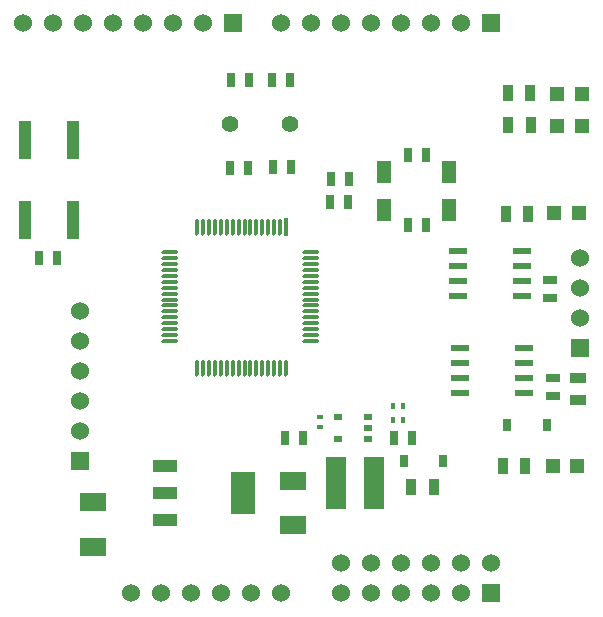
<source format=gts>
G04 (created by PCBNEW (2013-07-07 BZR 4022)-stable) date 23/05/2015 19:38:58*
%MOIN*%
G04 Gerber Fmt 3.4, Leading zero omitted, Abs format*
%FSLAX34Y34*%
G01*
G70*
G90*
G04 APERTURE LIST*
%ADD10C,0.00590551*%
%ADD11R,0.03X0.02*%
%ADD12R,0.08X0.144*%
%ADD13R,0.08X0.04*%
%ADD14R,0.0610236X0.023622*%
%ADD15R,0.0314961X0.0393701*%
%ADD16R,0.035X0.055*%
%ADD17R,0.055X0.035*%
%ADD18R,0.025X0.045*%
%ADD19R,0.045X0.025*%
%ADD20R,0.0157X0.0236*%
%ADD21R,0.0236X0.0157*%
%ADD22R,0.0511811X0.0748031*%
%ADD23R,0.06X0.06*%
%ADD24C,0.06*%
%ADD25R,0.011811X0.06*%
%ADD26O,0.011811X0.06*%
%ADD27O,0.06X0.011811*%
%ADD28R,0.0472X0.0472*%
%ADD29C,0.056*%
%ADD30R,0.0393701X0.125984*%
%ADD31R,0.0866X0.063*%
%ADD32R,0.0688976X0.177165*%
G04 APERTURE END LIST*
G54D10*
G54D11*
X90727Y-53637D03*
X90727Y-52887D03*
X89727Y-53637D03*
X90727Y-53262D03*
X89727Y-52887D03*
G54D12*
X86550Y-55450D03*
G54D13*
X83950Y-55450D03*
X83950Y-56350D03*
X83950Y-54550D03*
G54D14*
X93747Y-48365D03*
X93747Y-47865D03*
X93747Y-47365D03*
X93747Y-48865D03*
X95872Y-47365D03*
X95872Y-47865D03*
X95872Y-48365D03*
X95872Y-48865D03*
X93797Y-51610D03*
X93797Y-51110D03*
X93797Y-50610D03*
X93797Y-52110D03*
X95922Y-50610D03*
X95922Y-51110D03*
X95922Y-51610D03*
X95922Y-52110D03*
G54D15*
X95380Y-53160D03*
X96699Y-53160D03*
X91920Y-54375D03*
X93239Y-54375D03*
G54D16*
X92180Y-55225D03*
X92930Y-55225D03*
X95325Y-46125D03*
X96075Y-46125D03*
X95410Y-43180D03*
X96160Y-43180D03*
G54D17*
X97740Y-52345D03*
X97740Y-51595D03*
G54D16*
X95385Y-42090D03*
X96135Y-42090D03*
X95230Y-54540D03*
X95980Y-54540D03*
G54D18*
X80350Y-47590D03*
X79750Y-47590D03*
G54D19*
X96790Y-48335D03*
X96790Y-48935D03*
X96885Y-51600D03*
X96885Y-52200D03*
G54D18*
X86750Y-41665D03*
X86150Y-41665D03*
X88150Y-44585D03*
X87550Y-44585D03*
X86140Y-44615D03*
X86740Y-44615D03*
X92650Y-46515D03*
X92050Y-46515D03*
X92650Y-44170D03*
X92050Y-44170D03*
X90075Y-45750D03*
X89475Y-45750D03*
X90090Y-44970D03*
X89490Y-44970D03*
X87525Y-41670D03*
X88125Y-41670D03*
X88570Y-53620D03*
X87970Y-53620D03*
X91600Y-53615D03*
X92200Y-53615D03*
G54D20*
X91553Y-52990D03*
X91907Y-52990D03*
G54D21*
X89120Y-53247D03*
X89120Y-52893D03*
G54D20*
X91558Y-52525D03*
X91912Y-52525D03*
G54D22*
X91257Y-44735D03*
X91257Y-45994D03*
X93422Y-44735D03*
X93422Y-45994D03*
G54D23*
X81130Y-54370D03*
G54D24*
X81130Y-53370D03*
X81130Y-52370D03*
X81130Y-51370D03*
X81130Y-50370D03*
X81130Y-49370D03*
G54D25*
X87996Y-46579D03*
G54D26*
X87799Y-46579D03*
X87602Y-46579D03*
X87405Y-46579D03*
X87208Y-46579D03*
X87012Y-46579D03*
X86815Y-46579D03*
X86618Y-46579D03*
X86421Y-46579D03*
X86224Y-46579D03*
X86027Y-46579D03*
X85831Y-46579D03*
X85634Y-46579D03*
X85437Y-46579D03*
X85240Y-46579D03*
X85043Y-46579D03*
G54D27*
X84145Y-47414D03*
X84145Y-47611D03*
X84145Y-47808D03*
X84145Y-48005D03*
X84145Y-48202D03*
X84145Y-48398D03*
X84145Y-48595D03*
X84145Y-48792D03*
X84145Y-48989D03*
X84145Y-49186D03*
X84145Y-49383D03*
X84145Y-49579D03*
X84145Y-49776D03*
X84145Y-49973D03*
X84145Y-50170D03*
X84145Y-50367D03*
G54D26*
X85043Y-51265D03*
X85240Y-51265D03*
X85437Y-51265D03*
X85634Y-51265D03*
X85831Y-51265D03*
X86027Y-51265D03*
X86224Y-51265D03*
X86421Y-51265D03*
X86618Y-51265D03*
X86815Y-51265D03*
X87012Y-51265D03*
X87208Y-51265D03*
X87405Y-51265D03*
X87602Y-51265D03*
X87799Y-51265D03*
X87996Y-51265D03*
G54D27*
X88831Y-50367D03*
X88831Y-50170D03*
X88831Y-49776D03*
X88838Y-49973D03*
X88831Y-49579D03*
X88831Y-49383D03*
X88831Y-49186D03*
X88831Y-48989D03*
X88831Y-48792D03*
X88831Y-48595D03*
X88831Y-48401D03*
X88831Y-48204D03*
X88831Y-48007D03*
X88831Y-47810D03*
X88831Y-47614D03*
X88831Y-47417D03*
G54D28*
X96947Y-46120D03*
X97773Y-46120D03*
X97037Y-43210D03*
X97863Y-43210D03*
X97037Y-42150D03*
X97863Y-42150D03*
X96887Y-54535D03*
X97713Y-54535D03*
G54D29*
X86135Y-43140D03*
X88135Y-43140D03*
G54D30*
X80887Y-43676D03*
X80887Y-46353D03*
X79312Y-46353D03*
X79312Y-43676D03*
G54D31*
X88220Y-56518D03*
X88220Y-55022D03*
X81570Y-57238D03*
X81570Y-55742D03*
G54D23*
X94844Y-39780D03*
G54D24*
X92844Y-39780D03*
X91844Y-39780D03*
X90844Y-39780D03*
X89844Y-39780D03*
X88844Y-39780D03*
X87844Y-39780D03*
G54D23*
X86244Y-39780D03*
G54D24*
X85244Y-39780D03*
X84244Y-39780D03*
X83244Y-39780D03*
X82244Y-39780D03*
X81245Y-39780D03*
X93844Y-39780D03*
G54D23*
X94844Y-58780D03*
G54D24*
X93844Y-58780D03*
X92844Y-58780D03*
X91844Y-58780D03*
X90844Y-58780D03*
X89844Y-58780D03*
X87844Y-58780D03*
X85844Y-58780D03*
X84844Y-58780D03*
X83844Y-58780D03*
X82844Y-58780D03*
X86844Y-58780D03*
X89844Y-57780D03*
X90844Y-57780D03*
X91844Y-57780D03*
X92844Y-57780D03*
X93844Y-57780D03*
X94844Y-57780D03*
X80245Y-39780D03*
X79245Y-39780D03*
G54D32*
X89660Y-55095D03*
X90939Y-55095D03*
G54D23*
X97785Y-50595D03*
G54D24*
X97785Y-49595D03*
X97785Y-48595D03*
X97785Y-47595D03*
M02*

</source>
